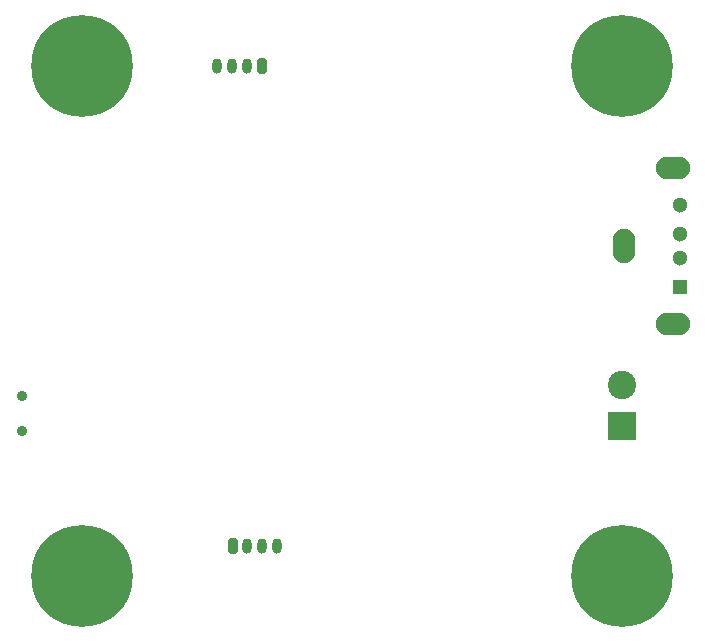
<source format=gbr>
%TF.GenerationSoftware,KiCad,Pcbnew,7.0.2*%
%TF.CreationDate,2023-05-29T18:28:01+05:30*%
%TF.ProjectId,_autosave-STM32,5f617574-6f73-4617-9665-2d53544d3332,rev?*%
%TF.SameCoordinates,Original*%
%TF.FileFunction,Soldermask,Bot*%
%TF.FilePolarity,Negative*%
%FSLAX46Y46*%
G04 Gerber Fmt 4.6, Leading zero omitted, Abs format (unit mm)*
G04 Created by KiCad (PCBNEW 7.0.2) date 2023-05-29 18:28:01*
%MOMM*%
%LPD*%
G01*
G04 APERTURE LIST*
G04 Aperture macros list*
%AMRoundRect*
0 Rectangle with rounded corners*
0 $1 Rounding radius*
0 $2 $3 $4 $5 $6 $7 $8 $9 X,Y pos of 4 corners*
0 Add a 4 corners polygon primitive as box body*
4,1,4,$2,$3,$4,$5,$6,$7,$8,$9,$2,$3,0*
0 Add four circle primitives for the rounded corners*
1,1,$1+$1,$2,$3*
1,1,$1+$1,$4,$5*
1,1,$1+$1,$6,$7*
1,1,$1+$1,$8,$9*
0 Add four rect primitives between the rounded corners*
20,1,$1+$1,$2,$3,$4,$5,0*
20,1,$1+$1,$4,$5,$6,$7,0*
20,1,$1+$1,$6,$7,$8,$9,0*
20,1,$1+$1,$8,$9,$2,$3,0*%
G04 Aperture macros list end*
%ADD10C,0.900000*%
%ADD11C,8.600000*%
%ADD12R,1.300000X1.300000*%
%ADD13C,1.300000*%
%ADD14O,2.900000X1.900000*%
%ADD15O,1.900000X2.900000*%
%ADD16RoundRect,0.200000X-0.200000X-0.450000X0.200000X-0.450000X0.200000X0.450000X-0.200000X0.450000X0*%
%ADD17O,0.800000X1.300000*%
%ADD18R,2.400000X2.400000*%
%ADD19C,2.400000*%
%ADD20RoundRect,0.200000X0.200000X0.450000X-0.200000X0.450000X-0.200000X-0.450000X0.200000X-0.450000X0*%
G04 APERTURE END LIST*
D10*
%TO.C,H4*%
X108535000Y-73660000D03*
X109479581Y-71379581D03*
X109479581Y-75940419D03*
X111760000Y-70435000D03*
D11*
X111760000Y-73660000D03*
D10*
X111760000Y-76885000D03*
X114040419Y-71379581D03*
X114040419Y-75940419D03*
X114985000Y-73660000D03*
%TD*%
%TO.C,H2*%
X154255000Y-116840000D03*
X155199581Y-114559581D03*
X155199581Y-119120419D03*
X157480000Y-113615000D03*
D11*
X157480000Y-116840000D03*
D10*
X157480000Y-120065000D03*
X159760419Y-114559581D03*
X159760419Y-119120419D03*
X160705000Y-116840000D03*
%TD*%
%TO.C,H1*%
X154255000Y-73660000D03*
X155199581Y-71379581D03*
X155199581Y-75940419D03*
X157480000Y-70435000D03*
D11*
X157480000Y-73660000D03*
D10*
X157480000Y-76885000D03*
X159760419Y-71379581D03*
X159760419Y-75940419D03*
X160705000Y-73660000D03*
%TD*%
D12*
%TO.C,J5*%
X162405000Y-92400000D03*
D13*
X162405000Y-89900000D03*
X162405000Y-87900000D03*
X162405000Y-85400000D03*
D14*
X161805000Y-95470000D03*
D15*
X157625000Y-88900000D03*
D14*
X161805000Y-82330000D03*
%TD*%
D10*
%TO.C,SW1*%
X106680000Y-101600000D03*
X106680000Y-104600000D03*
%TD*%
D16*
%TO.C,J4*%
X124500000Y-114300000D03*
D17*
X125750000Y-114300000D03*
X127000000Y-114300000D03*
X128250000Y-114300000D03*
%TD*%
D10*
%TO.C,H3*%
X108535000Y-116840000D03*
X109479581Y-114559581D03*
X109479581Y-119120419D03*
X111760000Y-113615000D03*
D11*
X111760000Y-116840000D03*
D10*
X111760000Y-120065000D03*
X114040419Y-114559581D03*
X114040419Y-119120419D03*
X114985000Y-116840000D03*
%TD*%
D18*
%TO.C,J1*%
X157480000Y-104140000D03*
D19*
X157480000Y-100640000D03*
%TD*%
D20*
%TO.C,J3*%
X126960000Y-73660000D03*
D17*
X125710000Y-73660000D03*
X124460000Y-73660000D03*
X123210000Y-73660000D03*
%TD*%
M02*

</source>
